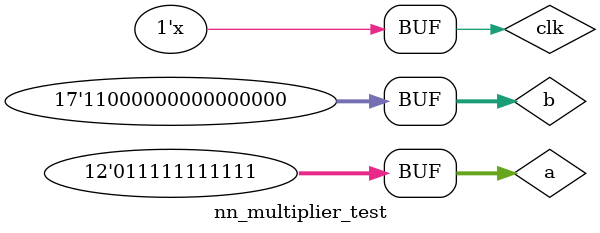
<source format=v>
`timescale 1ns / 1ps


module nn_multiplier_test;

	// Inputs
	reg clk;
	reg [11:0] a; //base address - 11 bits are usable, one is for overflow
	reg [16:0] b;

	// Outputs
	wire [11:0] p; //output address

	// Instantiate the Unit Under Test (UUT)
	nn_multiplier uut (
		.clk(clk), 
		.a(a), 
		.b(b), 
		.p(p)
	);
	
	initial clk <= 0;
	always #5 clk <= !clk;

	initial begin
		// Initialize Inputs
		a = 0;
		b = 0;

		// Wait 100 ns for global reset to finish
		#100;
		
		b=18'h10000; //2^16 - should be 1 in FP (1 integer bit, 16 fraction bits)
		for (a  = 0; a < 12'h7FF; a = a +1) begin //test indices 0 through 16 for now
			#10;
		end
		
		b=18'h8000; //2^15 - should be 1/2 in FP (1 integer bit, 16 fraction bits)
		for (a = 0; a < 12'h7FF; a = a +1) begin //test indices 0 through 16 for now
			//a=i;
			#10;
		end
        		
		b=18'h18000; //should be 1.5 in FP (1 integer bit, 16 fraction bits)
		for (a = 0; a < 12'h7FF; a = a +1) begin //test indices 0 through 16 for now
			//a=i;
			#10;
		end
	end
      
endmodule


</source>
